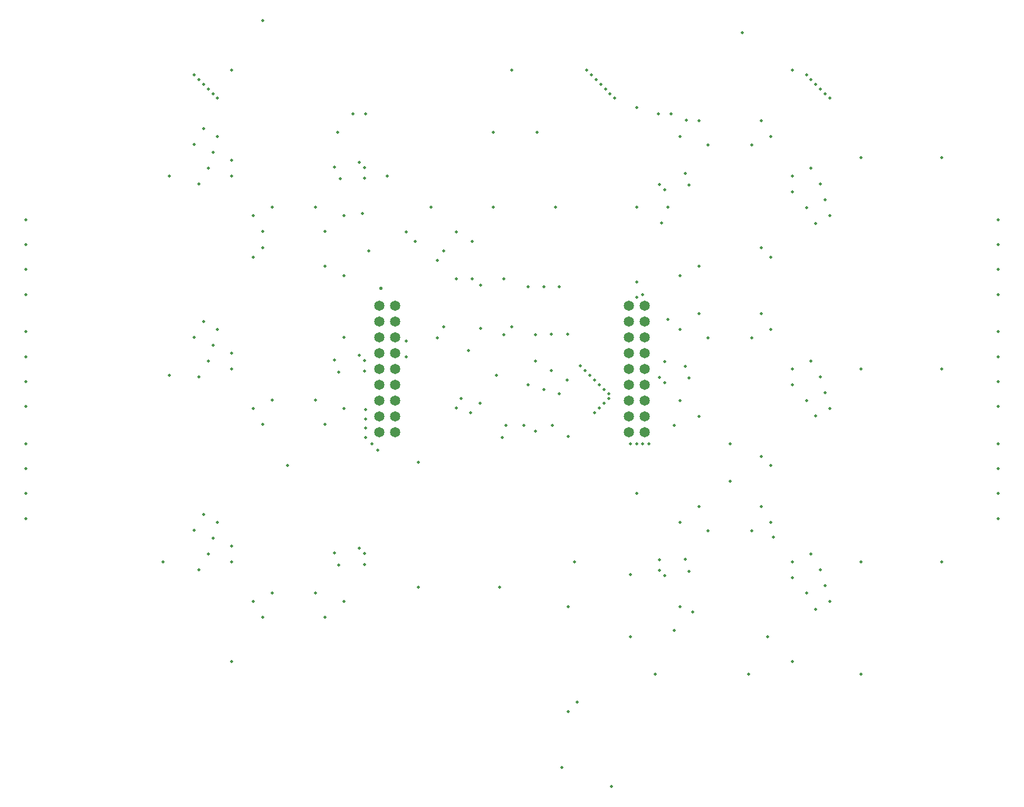
<source format=gbr>
G04 EAGLE Gerber RS-274X export*
G75*
%MOMM*%
%FSLAX34Y34*%
%LPD*%
%INCopper Layer 15*%
%IPPOS*%
%AMOC8*
5,1,8,0,0,1.08239X$1,22.5*%
G01*
%ADD10C,1.650000*%
%ADD11C,0.500000*%
%ADD12C,0.550000*%


D10*
X187300Y-101600D03*
X212700Y-101600D03*
X187300Y-76200D03*
X212700Y-76200D03*
X187300Y-50800D03*
X212700Y-50800D03*
X187300Y-25400D03*
X212700Y-25400D03*
X187300Y0D03*
X212700Y0D03*
X187300Y25400D03*
X212700Y25400D03*
X187300Y50800D03*
X212700Y50800D03*
X187300Y76200D03*
X212700Y76200D03*
X187300Y101600D03*
X212700Y101600D03*
X-212700Y-101600D03*
X-187300Y-101600D03*
X-212700Y-76200D03*
X-187300Y-76200D03*
X-212700Y-50800D03*
X-187300Y-50800D03*
X-212700Y-25400D03*
X-187300Y-25400D03*
X-212700Y0D03*
X-187300Y0D03*
X-212700Y25400D03*
X-187300Y25400D03*
X-212700Y50800D03*
X-187300Y50800D03*
X-212700Y76200D03*
X-187300Y76200D03*
X-212700Y101600D03*
X-187300Y101600D03*
D11*
X125000Y-10000D03*
X135000Y465000D03*
X-502500Y465000D03*
X480000Y465000D03*
X480000Y322700D03*
X480000Y12700D03*
X480000Y-297300D03*
X-502500Y297300D03*
X-502500Y-12700D03*
X-502500Y-322700D03*
X-12700Y145000D03*
X-25000Y-10000D03*
X155000Y-40000D03*
X165000Y435000D03*
X-472500Y435000D03*
X510000Y435000D03*
X510000Y246500D03*
X510000Y-63500D03*
X510000Y-373500D03*
X-472500Y373500D03*
X-472500Y63500D03*
X-472500Y-246500D03*
X76000Y132000D03*
X76000Y-40000D03*
X117500Y-2500D03*
X127500Y472500D03*
X-510000Y472500D03*
X472500Y472500D03*
X472500Y259500D03*
X472500Y-50500D03*
X472500Y-360000D03*
X-510000Y361000D03*
X-510000Y51000D03*
X-510000Y-258500D03*
X63500Y56000D03*
X63500Y-2500D03*
X-270000Y150000D03*
X-270000Y246500D03*
X-270000Y-63500D03*
X-270000Y-373500D03*
X270000Y373500D03*
X270000Y150000D03*
X270000Y63500D03*
X270000Y-246500D03*
X270000Y-50800D03*
X-120000Y50000D03*
X-120000Y175000D03*
X270000Y-382000D03*
X90000Y-382000D03*
X-270000Y51000D03*
X-237000Y306500D03*
X-237000Y-3500D03*
X-237000Y-313500D03*
X237000Y-306500D03*
X245000Y12000D03*
X278000Y314500D03*
X278000Y4500D03*
X278000Y-305500D03*
X-278000Y-314500D03*
X-278000Y-4500D03*
X-275500Y305500D03*
X90000Y-108500D03*
X-400000Y195000D03*
X-400000Y221100D03*
X-400000Y-88900D03*
X-400000Y-398900D03*
X400000Y398900D03*
X400000Y195000D03*
X400000Y88900D03*
X400000Y-221100D03*
X-170000Y220000D03*
X400000Y-140000D03*
X-88900Y145000D03*
X-89000Y220000D03*
X-415000Y180000D03*
X-415000Y246500D03*
X-415000Y-63500D03*
X-415000Y-373500D03*
X415000Y373500D03*
X415000Y180000D03*
X415000Y63500D03*
X415000Y-246500D03*
X-155000Y205000D03*
X415000Y-155000D03*
X-63500Y145000D03*
X-63500Y205000D03*
X237000Y296500D03*
X245000Y288000D03*
X245000Y-22000D03*
X237000Y-13500D03*
X245000Y-332000D03*
X237000Y-323500D03*
X-245000Y-288000D03*
X-237000Y-296500D03*
X-245000Y22000D03*
X-237000Y13500D03*
X-245000Y332000D03*
X-237000Y324000D03*
X284500Y-14500D03*
X284500Y295500D03*
X284500Y-324500D03*
X-284500Y-295500D03*
X-284500Y14500D03*
X-284500Y324500D03*
X-280000Y380000D03*
X-200000Y310000D03*
X-240000Y250000D03*
X-130000Y260000D03*
X-30000Y260000D03*
X70000Y260000D03*
X-30000Y380000D03*
X40000Y380000D03*
X200000Y260000D03*
X200000Y140000D03*
X250000Y80000D03*
X250000Y260000D03*
X280000Y400000D03*
X370000Y540000D03*
X560000Y340000D03*
X560000Y0D03*
X690000Y340000D03*
X690000Y0D03*
X560000Y-310000D03*
X690000Y-310000D03*
X560000Y-490000D03*
X380000Y-490000D03*
X420000Y-270000D03*
X350000Y-120000D03*
X350000Y-180000D03*
X230000Y-490000D03*
X190000Y-430000D03*
X190000Y-330000D03*
X290000Y-390000D03*
X410000Y-430000D03*
X100000Y-310000D03*
X65000Y-90000D03*
X-150000Y-350000D03*
X-150000Y-150000D03*
X-70000Y30000D03*
X-360000Y-155000D03*
X-560000Y-310000D03*
X-550000Y-10000D03*
X-550000Y310000D03*
X-400000Y560000D03*
X160000Y-670000D03*
X80000Y-640000D03*
X90000Y-550000D03*
X105000Y-535000D03*
X-315000Y-50000D03*
X-385000Y-50000D03*
X-385000Y260000D03*
X-315000Y260000D03*
X-315000Y-360000D03*
X-385000Y-360000D03*
X315000Y-260000D03*
X385000Y-260000D03*
X315000Y50000D03*
X385000Y50000D03*
X315000Y360000D03*
X385000Y360000D03*
X-50000Y135000D03*
X-50000Y65000D03*
X210000Y120000D03*
X200000Y115000D03*
X190000Y-120000D03*
X200000Y-120000D03*
X210000Y-120000D03*
X220000Y-120000D03*
X-215000Y-130000D03*
X-235000Y-110000D03*
X-235000Y-95000D03*
X-235000Y-80000D03*
X-235000Y-65000D03*
X-170000Y20000D03*
X-170000Y45000D03*
X-225000Y-120000D03*
X-20000Y-350000D03*
X-10000Y-90000D03*
D12*
X-210000Y130000D03*
D11*
X140000Y-25000D03*
X150000Y450000D03*
X-487500Y450000D03*
X495000Y450000D03*
X495000Y297300D03*
X495000Y-12700D03*
X495000Y-322700D03*
X-487500Y322700D03*
X-487500Y12700D03*
X-487500Y-297300D03*
X25500Y132000D03*
X25500Y-25000D03*
X147500Y-32500D03*
X157500Y442500D03*
X-480000Y442500D03*
X502500Y442500D03*
X502500Y271900D03*
X502500Y-38100D03*
X502500Y-348100D03*
X-480000Y348000D03*
X-480000Y38100D03*
X-480000Y-271900D03*
X51000Y132000D03*
X51000Y-32500D03*
X132500Y-17500D03*
X142500Y457500D03*
X-495000Y457500D03*
X487500Y457500D03*
X487500Y233500D03*
X487500Y-386000D03*
X487500Y-75500D03*
X-495000Y386000D03*
X-495000Y76500D03*
X-495000Y-233500D03*
X89400Y56000D03*
X88900Y-17500D03*
X-300000Y165000D03*
X-300000Y221100D03*
X-300000Y-88900D03*
X-300000Y-398900D03*
X300000Y398900D03*
X300000Y165000D03*
X300000Y88900D03*
X300000Y-221100D03*
X-230000Y190000D03*
X300000Y-76200D03*
X-110000Y68000D03*
X-110000Y190000D03*
X260000Y-420000D03*
X200000Y-200000D03*
X240000Y235000D03*
X260000Y-90000D03*
X450000Y-335500D03*
X450000Y-470000D03*
X450000Y-310000D03*
X-450000Y-284000D03*
X-450000Y-470000D03*
X-450000Y-310000D03*
X-450000Y26000D03*
X-450000Y0D03*
X-450000Y335500D03*
X-450000Y480000D03*
X-450000Y310000D03*
X38000Y12500D03*
X38000Y55500D03*
X38000Y-100000D03*
X0Y68000D03*
X0Y480000D03*
X19500Y-90500D03*
X450000Y310000D03*
X450000Y480000D03*
X450000Y-25500D03*
X450000Y0D03*
X110000Y5000D03*
X120000Y480000D03*
X780000Y240000D03*
X780000Y200000D03*
X780000Y120000D03*
X780000Y160000D03*
X780000Y60000D03*
X780000Y20000D03*
X780000Y-20000D03*
X780000Y-60000D03*
X780000Y-160000D03*
X780000Y-120000D03*
X780000Y-200000D03*
X780000Y-240000D03*
X-780000Y-240000D03*
X-780000Y-200000D03*
X-780000Y-120000D03*
X-780000Y-160000D03*
X-780000Y-60000D03*
X-780000Y-20000D03*
X-780000Y20000D03*
X-780000Y60000D03*
X-780000Y160000D03*
X-780000Y120000D03*
X-780000Y200000D03*
X-780000Y240000D03*
X-235000Y410000D03*
X-255000Y410000D03*
X255000Y410000D03*
X235000Y410000D03*
X132500Y-70000D03*
X-66500Y-70000D03*
X147500Y-55000D03*
X-51480Y-55000D03*
X140000Y-62500D03*
X-89000Y-62500D03*
X155000Y-47500D03*
X-81500Y-47500D03*
X-15500Y-109500D03*
X-13000Y55500D03*
X200000Y420020D03*
X450000Y284500D03*
M02*

</source>
